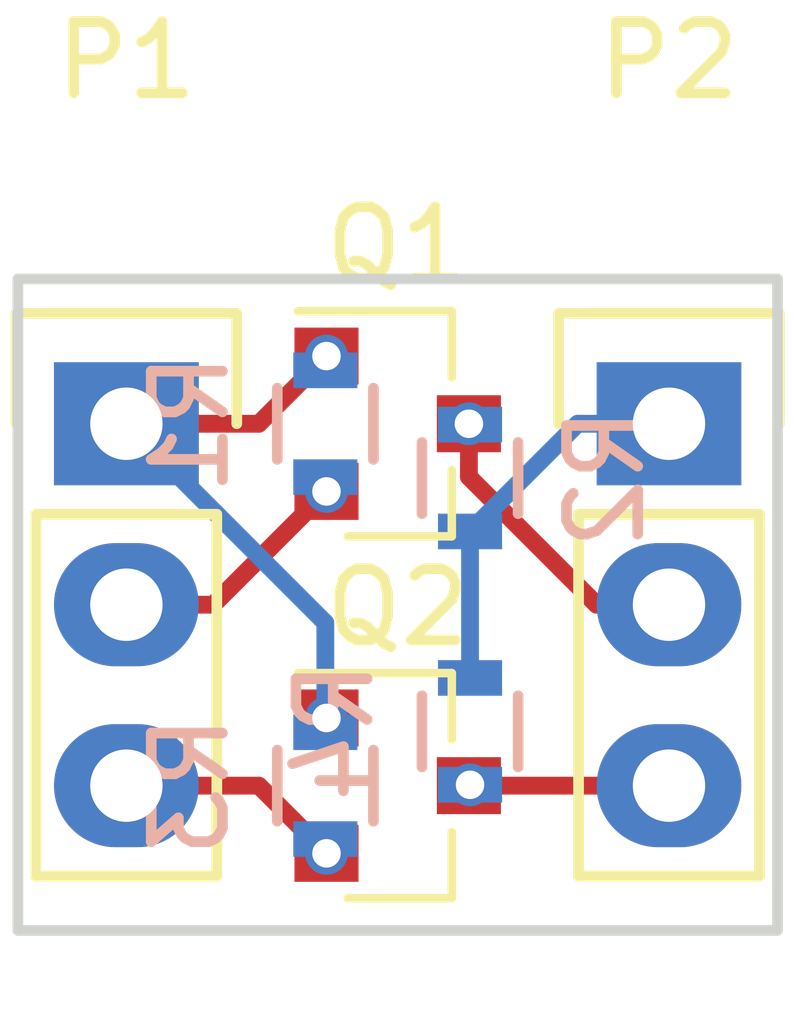
<source format=kicad_pcb>
(kicad_pcb (version 4) (host pcbnew 4.0.5)

  (general
    (links 14)
    (no_connects 0)
    (area 0 0 0 0)
    (thickness 1.6)
    (drawings 5)
    (tracks 32)
    (zones 0)
    (modules 8)
    (nets 7)
  )

  (page A4)
  (layers
    (0 F.Cu signal)
    (31 B.Cu signal)
    (32 B.Adhes user)
    (33 F.Adhes user)
    (34 B.Paste user)
    (35 F.Paste user)
    (36 B.SilkS user)
    (37 F.SilkS user)
    (38 B.Mask user)
    (39 F.Mask user)
    (40 Dwgs.User user)
    (41 Cmts.User user)
    (42 Eco1.User user)
    (43 Eco2.User user)
    (44 Edge.Cuts user)
    (45 Margin user)
    (46 B.CrtYd user)
    (47 F.CrtYd user)
    (48 B.Fab user)
    (49 F.Fab user)
  )

  (setup
    (last_trace_width 0.25)
    (trace_clearance 0.2)
    (zone_clearance 0.508)
    (zone_45_only no)
    (trace_min 0.2)
    (segment_width 0.2)
    (edge_width 0.15)
    (via_size 0.6)
    (via_drill 0.4)
    (via_min_size 0.4)
    (via_min_drill 0.3)
    (uvia_size 0.3)
    (uvia_drill 0.1)
    (uvias_allowed no)
    (uvia_min_size 0.2)
    (uvia_min_drill 0.1)
    (pcb_text_width 0.3)
    (pcb_text_size 1.5 1.5)
    (mod_edge_width 0.15)
    (mod_text_size 1 1)
    (mod_text_width 0.15)
    (pad_size 1.524 1.524)
    (pad_drill 0.762)
    (pad_to_mask_clearance 0.2)
    (aux_axis_origin 0 0)
    (visible_elements FFFCF77F)
    (pcbplotparams
      (layerselection 0x00030_80000001)
      (usegerberextensions false)
      (excludeedgelayer true)
      (linewidth 0.100000)
      (plotframeref false)
      (viasonmask false)
      (mode 1)
      (useauxorigin false)
      (hpglpennumber 1)
      (hpglpenspeed 20)
      (hpglpendiameter 15)
      (hpglpenoverlay 2)
      (psnegative false)
      (psa4output false)
      (plotreference true)
      (plotvalue true)
      (plotinvisibletext false)
      (padsonsilk false)
      (subtractmaskfromsilk false)
      (outputformat 1)
      (mirror false)
      (drillshape 1)
      (scaleselection 1)
      (outputdirectory ""))
  )

  (net 0 "")
  (net 1 /+3.3V)
  (net 2 /SDA_LV)
  (net 3 /SCL_LV)
  (net 4 /+5V)
  (net 5 /SDA_HV)
  (net 6 /SCL_HV)

  (net_class Default "This is the default net class."
    (clearance 0.2)
    (trace_width 0.25)
    (via_dia 0.6)
    (via_drill 0.4)
    (uvia_dia 0.3)
    (uvia_drill 0.1)
    (add_net /+3.3V)
    (add_net /+5V)
    (add_net /SCL_HV)
    (add_net /SCL_LV)
    (add_net /SDA_HV)
    (add_net /SDA_LV)
  )

  (module Pin_Headers:Pin_Header_Straight_1x03 (layer F.Cu) (tedit 0) (tstamp 592CA33F)
    (at 137.16 101.6)
    (descr "Through hole pin header")
    (tags "pin header")
    (path /592CA1A2)
    (fp_text reference P1 (at 0 -5.1) (layer F.SilkS)
      (effects (font (size 1 1) (thickness 0.15)))
    )
    (fp_text value lh (at 0 -3.1) (layer F.Fab)
      (effects (font (size 1 1) (thickness 0.15)))
    )
    (fp_line (start -1.75 -1.75) (end -1.75 6.85) (layer F.CrtYd) (width 0.05))
    (fp_line (start 1.75 -1.75) (end 1.75 6.85) (layer F.CrtYd) (width 0.05))
    (fp_line (start -1.75 -1.75) (end 1.75 -1.75) (layer F.CrtYd) (width 0.05))
    (fp_line (start -1.75 6.85) (end 1.75 6.85) (layer F.CrtYd) (width 0.05))
    (fp_line (start -1.27 1.27) (end -1.27 6.35) (layer F.SilkS) (width 0.15))
    (fp_line (start -1.27 6.35) (end 1.27 6.35) (layer F.SilkS) (width 0.15))
    (fp_line (start 1.27 6.35) (end 1.27 1.27) (layer F.SilkS) (width 0.15))
    (fp_line (start 1.55 -1.55) (end 1.55 0) (layer F.SilkS) (width 0.15))
    (fp_line (start 1.27 1.27) (end -1.27 1.27) (layer F.SilkS) (width 0.15))
    (fp_line (start -1.55 0) (end -1.55 -1.55) (layer F.SilkS) (width 0.15))
    (fp_line (start -1.55 -1.55) (end 1.55 -1.55) (layer F.SilkS) (width 0.15))
    (pad 1 thru_hole rect (at 0 0) (size 2.032 1.7272) (drill 1.016) (layers *.Cu *.Mask)
      (net 1 /+3.3V))
    (pad 2 thru_hole oval (at 0 2.54) (size 2.032 1.7272) (drill 1.016) (layers *.Cu *.Mask)
      (net 2 /SDA_LV))
    (pad 3 thru_hole oval (at 0 5.08) (size 2.032 1.7272) (drill 1.016) (layers *.Cu *.Mask)
      (net 3 /SCL_LV))
    (model Pin_Headers.3dshapes/Pin_Header_Straight_1x03.wrl
      (at (xyz 0 -0.1 0))
      (scale (xyz 1 1 1))
      (rotate (xyz 0 0 90))
    )
  )

  (module Pin_Headers:Pin_Header_Straight_1x03 (layer F.Cu) (tedit 0) (tstamp 592CA351)
    (at 144.78 101.6)
    (descr "Through hole pin header")
    (tags "pin header")
    (path /592CA1D6)
    (fp_text reference P2 (at 0 -5.1) (layer F.SilkS)
      (effects (font (size 1 1) (thickness 0.15)))
    )
    (fp_text value rh (at 0 -3.1) (layer F.Fab)
      (effects (font (size 1 1) (thickness 0.15)))
    )
    (fp_line (start -1.75 -1.75) (end -1.75 6.85) (layer F.CrtYd) (width 0.05))
    (fp_line (start 1.75 -1.75) (end 1.75 6.85) (layer F.CrtYd) (width 0.05))
    (fp_line (start -1.75 -1.75) (end 1.75 -1.75) (layer F.CrtYd) (width 0.05))
    (fp_line (start -1.75 6.85) (end 1.75 6.85) (layer F.CrtYd) (width 0.05))
    (fp_line (start -1.27 1.27) (end -1.27 6.35) (layer F.SilkS) (width 0.15))
    (fp_line (start -1.27 6.35) (end 1.27 6.35) (layer F.SilkS) (width 0.15))
    (fp_line (start 1.27 6.35) (end 1.27 1.27) (layer F.SilkS) (width 0.15))
    (fp_line (start 1.55 -1.55) (end 1.55 0) (layer F.SilkS) (width 0.15))
    (fp_line (start 1.27 1.27) (end -1.27 1.27) (layer F.SilkS) (width 0.15))
    (fp_line (start -1.55 0) (end -1.55 -1.55) (layer F.SilkS) (width 0.15))
    (fp_line (start -1.55 -1.55) (end 1.55 -1.55) (layer F.SilkS) (width 0.15))
    (pad 1 thru_hole rect (at 0 0) (size 2.032 1.7272) (drill 1.016) (layers *.Cu *.Mask)
      (net 4 /+5V))
    (pad 2 thru_hole oval (at 0 2.54) (size 2.032 1.7272) (drill 1.016) (layers *.Cu *.Mask)
      (net 5 /SDA_HV))
    (pad 3 thru_hole oval (at 0 5.08) (size 2.032 1.7272) (drill 1.016) (layers *.Cu *.Mask)
      (net 6 /SCL_HV))
    (model Pin_Headers.3dshapes/Pin_Header_Straight_1x03.wrl
      (at (xyz 0 -0.1 0))
      (scale (xyz 1 1 1))
      (rotate (xyz 0 0 90))
    )
  )

  (module TO_SOT_Packages_SMD:SOT-23 (layer F.Cu) (tedit 583F39EB) (tstamp 592CA364)
    (at 140.97 101.6)
    (descr "SOT-23, Standard")
    (tags SOT-23)
    (path /592CA001)
    (attr smd)
    (fp_text reference Q1 (at 0 -2.5) (layer F.SilkS)
      (effects (font (size 1 1) (thickness 0.15)))
    )
    (fp_text value BSS138 (at 0 2.5) (layer F.Fab)
      (effects (font (size 1 1) (thickness 0.15)))
    )
    (fp_line (start 0.76 1.58) (end 0.76 0.65) (layer F.SilkS) (width 0.12))
    (fp_line (start 0.76 -1.58) (end 0.76 -0.65) (layer F.SilkS) (width 0.12))
    (fp_line (start 0.7 -1.52) (end 0.7 1.52) (layer F.Fab) (width 0.15))
    (fp_line (start -0.7 1.52) (end 0.7 1.52) (layer F.Fab) (width 0.15))
    (fp_line (start -1.7 -1.75) (end 1.7 -1.75) (layer F.CrtYd) (width 0.05))
    (fp_line (start 1.7 -1.75) (end 1.7 1.75) (layer F.CrtYd) (width 0.05))
    (fp_line (start 1.7 1.75) (end -1.7 1.75) (layer F.CrtYd) (width 0.05))
    (fp_line (start -1.7 1.75) (end -1.7 -1.75) (layer F.CrtYd) (width 0.05))
    (fp_line (start 0.76 -1.58) (end -1.4 -1.58) (layer F.SilkS) (width 0.12))
    (fp_line (start -0.7 -1.52) (end 0.7 -1.52) (layer F.Fab) (width 0.15))
    (fp_line (start -0.7 -1.52) (end -0.7 1.52) (layer F.Fab) (width 0.15))
    (fp_line (start 0.76 1.58) (end -0.7 1.58) (layer F.SilkS) (width 0.12))
    (pad 1 smd rect (at -1 -0.95) (size 0.9 0.8) (layers F.Cu F.Paste F.Mask)
      (net 1 /+3.3V))
    (pad 2 smd rect (at -1 0.95) (size 0.9 0.8) (layers F.Cu F.Paste F.Mask)
      (net 2 /SDA_LV))
    (pad 3 smd rect (at 1 0) (size 0.9 0.8) (layers F.Cu F.Paste F.Mask)
      (net 5 /SDA_HV))
    (model TO_SOT_Packages_SMD.3dshapes/SOT-23.wrl
      (at (xyz 0 0 0))
      (scale (xyz 1 1 1))
      (rotate (xyz 0 0 90))
    )
  )

  (module TO_SOT_Packages_SMD:SOT-23 (layer F.Cu) (tedit 583F39EB) (tstamp 592CA377)
    (at 140.97 106.68)
    (descr "SOT-23, Standard")
    (tags SOT-23)
    (path /592CA4B8)
    (attr smd)
    (fp_text reference Q2 (at 0 -2.5) (layer F.SilkS)
      (effects (font (size 1 1) (thickness 0.15)))
    )
    (fp_text value BSS138 (at 0 2.5) (layer F.Fab)
      (effects (font (size 1 1) (thickness 0.15)))
    )
    (fp_line (start 0.76 1.58) (end 0.76 0.65) (layer F.SilkS) (width 0.12))
    (fp_line (start 0.76 -1.58) (end 0.76 -0.65) (layer F.SilkS) (width 0.12))
    (fp_line (start 0.7 -1.52) (end 0.7 1.52) (layer F.Fab) (width 0.15))
    (fp_line (start -0.7 1.52) (end 0.7 1.52) (layer F.Fab) (width 0.15))
    (fp_line (start -1.7 -1.75) (end 1.7 -1.75) (layer F.CrtYd) (width 0.05))
    (fp_line (start 1.7 -1.75) (end 1.7 1.75) (layer F.CrtYd) (width 0.05))
    (fp_line (start 1.7 1.75) (end -1.7 1.75) (layer F.CrtYd) (width 0.05))
    (fp_line (start -1.7 1.75) (end -1.7 -1.75) (layer F.CrtYd) (width 0.05))
    (fp_line (start 0.76 -1.58) (end -1.4 -1.58) (layer F.SilkS) (width 0.12))
    (fp_line (start -0.7 -1.52) (end 0.7 -1.52) (layer F.Fab) (width 0.15))
    (fp_line (start -0.7 -1.52) (end -0.7 1.52) (layer F.Fab) (width 0.15))
    (fp_line (start 0.76 1.58) (end -0.7 1.58) (layer F.SilkS) (width 0.12))
    (pad 1 smd rect (at -1 -0.95) (size 0.9 0.8) (layers F.Cu F.Paste F.Mask)
      (net 1 /+3.3V))
    (pad 2 smd rect (at -1 0.95) (size 0.9 0.8) (layers F.Cu F.Paste F.Mask)
      (net 3 /SCL_LV))
    (pad 3 smd rect (at 1 0) (size 0.9 0.8) (layers F.Cu F.Paste F.Mask)
      (net 6 /SCL_HV))
    (model TO_SOT_Packages_SMD.3dshapes/SOT-23.wrl
      (at (xyz 0 0 0))
      (scale (xyz 1 1 1))
      (rotate (xyz 0 0 90))
    )
  )

  (module Resistors_SMD:R_0603 (layer B.Cu) (tedit 58307A47) (tstamp 592CAE7F)
    (at 139.954 101.6 270)
    (descr "Resistor SMD 0603, reflow soldering, Vishay (see dcrcw.pdf)")
    (tags "resistor 0603")
    (path /592CA059)
    (attr smd)
    (fp_text reference R1 (at 0 1.9 270) (layer B.SilkS)
      (effects (font (size 1 1) (thickness 0.15)) (justify mirror))
    )
    (fp_text value 10K (at 0 -1.9 270) (layer B.Fab)
      (effects (font (size 1 1) (thickness 0.15)) (justify mirror))
    )
    (fp_line (start -0.8 -0.4) (end -0.8 0.4) (layer B.Fab) (width 0.1))
    (fp_line (start 0.8 -0.4) (end -0.8 -0.4) (layer B.Fab) (width 0.1))
    (fp_line (start 0.8 0.4) (end 0.8 -0.4) (layer B.Fab) (width 0.1))
    (fp_line (start -0.8 0.4) (end 0.8 0.4) (layer B.Fab) (width 0.1))
    (fp_line (start -1.3 0.8) (end 1.3 0.8) (layer B.CrtYd) (width 0.05))
    (fp_line (start -1.3 -0.8) (end 1.3 -0.8) (layer B.CrtYd) (width 0.05))
    (fp_line (start -1.3 0.8) (end -1.3 -0.8) (layer B.CrtYd) (width 0.05))
    (fp_line (start 1.3 0.8) (end 1.3 -0.8) (layer B.CrtYd) (width 0.05))
    (fp_line (start 0.5 -0.675) (end -0.5 -0.675) (layer B.SilkS) (width 0.15))
    (fp_line (start -0.5 0.675) (end 0.5 0.675) (layer B.SilkS) (width 0.15))
    (pad 1 smd rect (at -0.75 0 270) (size 0.5 0.9) (layers B.Cu B.Paste B.Mask)
      (net 1 /+3.3V))
    (pad 2 smd rect (at 0.75 0 270) (size 0.5 0.9) (layers B.Cu B.Paste B.Mask)
      (net 2 /SDA_LV))
    (model Resistors_SMD.3dshapes/R_0603.wrl
      (at (xyz 0 0 0))
      (scale (xyz 1 1 1))
      (rotate (xyz 0 0 0))
    )
  )

  (module Resistors_SMD:R_0603 (layer B.Cu) (tedit 58307A47) (tstamp 592CAE8E)
    (at 141.986 102.362 90)
    (descr "Resistor SMD 0603, reflow soldering, Vishay (see dcrcw.pdf)")
    (tags "resistor 0603")
    (path /592CA0DF)
    (attr smd)
    (fp_text reference R2 (at 0 1.9 90) (layer B.SilkS)
      (effects (font (size 1 1) (thickness 0.15)) (justify mirror))
    )
    (fp_text value 10K (at 0 -1.9 90) (layer B.Fab)
      (effects (font (size 1 1) (thickness 0.15)) (justify mirror))
    )
    (fp_line (start -0.8 -0.4) (end -0.8 0.4) (layer B.Fab) (width 0.1))
    (fp_line (start 0.8 -0.4) (end -0.8 -0.4) (layer B.Fab) (width 0.1))
    (fp_line (start 0.8 0.4) (end 0.8 -0.4) (layer B.Fab) (width 0.1))
    (fp_line (start -0.8 0.4) (end 0.8 0.4) (layer B.Fab) (width 0.1))
    (fp_line (start -1.3 0.8) (end 1.3 0.8) (layer B.CrtYd) (width 0.05))
    (fp_line (start -1.3 -0.8) (end 1.3 -0.8) (layer B.CrtYd) (width 0.05))
    (fp_line (start -1.3 0.8) (end -1.3 -0.8) (layer B.CrtYd) (width 0.05))
    (fp_line (start 1.3 0.8) (end 1.3 -0.8) (layer B.CrtYd) (width 0.05))
    (fp_line (start 0.5 -0.675) (end -0.5 -0.675) (layer B.SilkS) (width 0.15))
    (fp_line (start -0.5 0.675) (end 0.5 0.675) (layer B.SilkS) (width 0.15))
    (pad 1 smd rect (at -0.75 0 90) (size 0.5 0.9) (layers B.Cu B.Paste B.Mask)
      (net 4 /+5V))
    (pad 2 smd rect (at 0.75 0 90) (size 0.5 0.9) (layers B.Cu B.Paste B.Mask)
      (net 5 /SDA_HV))
    (model Resistors_SMD.3dshapes/R_0603.wrl
      (at (xyz 0 0 0))
      (scale (xyz 1 1 1))
      (rotate (xyz 0 0 0))
    )
  )

  (module Resistors_SMD:R_0603 (layer B.Cu) (tedit 58307A47) (tstamp 592CAE9D)
    (at 139.954 106.68 270)
    (descr "Resistor SMD 0603, reflow soldering, Vishay (see dcrcw.pdf)")
    (tags "resistor 0603")
    (path /592CA4BE)
    (attr smd)
    (fp_text reference R3 (at 0 1.9 270) (layer B.SilkS)
      (effects (font (size 1 1) (thickness 0.15)) (justify mirror))
    )
    (fp_text value 10K (at 0 -1.9 270) (layer B.Fab)
      (effects (font (size 1 1) (thickness 0.15)) (justify mirror))
    )
    (fp_line (start -0.8 -0.4) (end -0.8 0.4) (layer B.Fab) (width 0.1))
    (fp_line (start 0.8 -0.4) (end -0.8 -0.4) (layer B.Fab) (width 0.1))
    (fp_line (start 0.8 0.4) (end 0.8 -0.4) (layer B.Fab) (width 0.1))
    (fp_line (start -0.8 0.4) (end 0.8 0.4) (layer B.Fab) (width 0.1))
    (fp_line (start -1.3 0.8) (end 1.3 0.8) (layer B.CrtYd) (width 0.05))
    (fp_line (start -1.3 -0.8) (end 1.3 -0.8) (layer B.CrtYd) (width 0.05))
    (fp_line (start -1.3 0.8) (end -1.3 -0.8) (layer B.CrtYd) (width 0.05))
    (fp_line (start 1.3 0.8) (end 1.3 -0.8) (layer B.CrtYd) (width 0.05))
    (fp_line (start 0.5 -0.675) (end -0.5 -0.675) (layer B.SilkS) (width 0.15))
    (fp_line (start -0.5 0.675) (end 0.5 0.675) (layer B.SilkS) (width 0.15))
    (pad 1 smd rect (at -0.75 0 270) (size 0.5 0.9) (layers B.Cu B.Paste B.Mask)
      (net 1 /+3.3V))
    (pad 2 smd rect (at 0.75 0 270) (size 0.5 0.9) (layers B.Cu B.Paste B.Mask)
      (net 3 /SCL_LV))
    (model Resistors_SMD.3dshapes/R_0603.wrl
      (at (xyz 0 0 0))
      (scale (xyz 1 1 1))
      (rotate (xyz 0 0 0))
    )
  )

  (module Resistors_SMD:R_0603 (layer B.Cu) (tedit 58307A47) (tstamp 592CAEAC)
    (at 141.986 105.918 270)
    (descr "Resistor SMD 0603, reflow soldering, Vishay (see dcrcw.pdf)")
    (tags "resistor 0603")
    (path /592CA4C4)
    (attr smd)
    (fp_text reference R4 (at 0 1.9 270) (layer B.SilkS)
      (effects (font (size 1 1) (thickness 0.15)) (justify mirror))
    )
    (fp_text value 10K (at 0 -1.9 270) (layer B.Fab)
      (effects (font (size 1 1) (thickness 0.15)) (justify mirror))
    )
    (fp_line (start -0.8 -0.4) (end -0.8 0.4) (layer B.Fab) (width 0.1))
    (fp_line (start 0.8 -0.4) (end -0.8 -0.4) (layer B.Fab) (width 0.1))
    (fp_line (start 0.8 0.4) (end 0.8 -0.4) (layer B.Fab) (width 0.1))
    (fp_line (start -0.8 0.4) (end 0.8 0.4) (layer B.Fab) (width 0.1))
    (fp_line (start -1.3 0.8) (end 1.3 0.8) (layer B.CrtYd) (width 0.05))
    (fp_line (start -1.3 -0.8) (end 1.3 -0.8) (layer B.CrtYd) (width 0.05))
    (fp_line (start -1.3 0.8) (end -1.3 -0.8) (layer B.CrtYd) (width 0.05))
    (fp_line (start 1.3 0.8) (end 1.3 -0.8) (layer B.CrtYd) (width 0.05))
    (fp_line (start 0.5 -0.675) (end -0.5 -0.675) (layer B.SilkS) (width 0.15))
    (fp_line (start -0.5 0.675) (end 0.5 0.675) (layer B.SilkS) (width 0.15))
    (pad 1 smd rect (at -0.75 0 270) (size 0.5 0.9) (layers B.Cu B.Paste B.Mask)
      (net 4 /+5V))
    (pad 2 smd rect (at 0.75 0 270) (size 0.5 0.9) (layers B.Cu B.Paste B.Mask)
      (net 6 /SCL_HV))
    (model Resistors_SMD.3dshapes/R_0603.wrl
      (at (xyz 0 0 0))
      (scale (xyz 1 1 1))
      (rotate (xyz 0 0 0))
    )
  )

  (gr_line (start 135.636 99.822) (end 135.636 99.568) (angle 90) (layer Edge.Cuts) (width 0.15))
  (gr_line (start 135.636 108.712) (end 135.636 99.822) (angle 90) (layer Edge.Cuts) (width 0.15))
  (gr_line (start 146.304 108.712) (end 135.636 108.712) (angle 90) (layer Edge.Cuts) (width 0.15))
  (gr_line (start 146.304 99.568) (end 146.304 108.712) (angle 90) (layer Edge.Cuts) (width 0.15))
  (gr_line (start 135.636 99.568) (end 146.304 99.568) (angle 90) (layer Edge.Cuts) (width 0.15))

  (segment (start 139.954 105.93) (end 139.954 104.394) (width 0.25) (layer B.Cu) (net 1))
  (segment (start 139.954 104.394) (end 137.16 101.6) (width 0.25) (layer B.Cu) (net 1) (tstamp 592CAF9C))
  (via (at 139.97 105.73) (size 0.6) (drill 0.4) (layers F.Cu B.Cu) (net 1))
  (segment (start 139.97 105.73) (end 139.954 105.746) (width 0.25) (layer B.Cu) (net 1) (tstamp 592CAF98))
  (segment (start 139.954 105.746) (end 139.954 105.93) (width 0.25) (layer B.Cu) (net 1) (tstamp 592CAF99))
  (segment (start 137.16 101.6) (end 139.02 101.6) (width 0.25) (layer F.Cu) (net 1))
  (segment (start 139.02 101.6) (end 139.97 100.65) (width 0.25) (layer F.Cu) (net 1) (tstamp 592CAF3F))
  (via (at 139.97 100.65) (size 0.6) (drill 0.4) (layers F.Cu B.Cu) (net 1))
  (segment (start 139.97 100.65) (end 139.954 100.666) (width 0.25) (layer B.Cu) (net 1) (tstamp 592CAF41))
  (segment (start 139.954 100.666) (end 139.954 100.85) (width 0.25) (layer B.Cu) (net 1) (tstamp 592CAF42))
  (segment (start 137.16 104.14) (end 138.38 104.14) (width 0.25) (layer F.Cu) (net 2))
  (segment (start 138.38 104.14) (end 139.97 102.55) (width 0.25) (layer F.Cu) (net 2) (tstamp 592CAF4A))
  (via (at 139.97 102.55) (size 0.6) (drill 0.4) (layers F.Cu B.Cu) (net 2))
  (segment (start 139.97 102.55) (end 139.954 102.534) (width 0.25) (layer B.Cu) (net 2) (tstamp 592CAF46))
  (segment (start 139.954 102.534) (end 139.954 102.35) (width 0.25) (layer B.Cu) (net 2) (tstamp 592CAF47))
  (segment (start 137.16 106.68) (end 139.02 106.68) (width 0.25) (layer F.Cu) (net 3))
  (segment (start 139.02 106.68) (end 139.97 107.63) (width 0.25) (layer F.Cu) (net 3) (tstamp 592CAF79))
  (via (at 139.97 107.63) (size 0.6) (drill 0.4) (layers F.Cu B.Cu) (net 3))
  (segment (start 139.97 107.63) (end 139.954 107.614) (width 0.25) (layer B.Cu) (net 3) (tstamp 592CAF7B))
  (segment (start 139.954 107.614) (end 139.954 107.43) (width 0.25) (layer B.Cu) (net 3) (tstamp 592CAF7C))
  (segment (start 141.986 105.168) (end 141.986 103.112) (width 0.25) (layer B.Cu) (net 4))
  (segment (start 141.986 103.112) (end 143.498 101.6) (width 0.25) (layer B.Cu) (net 4) (tstamp 592CAFA3))
  (segment (start 143.498 101.6) (end 144.78 101.6) (width 0.25) (layer B.Cu) (net 4) (tstamp 592CAFA4))
  (segment (start 141.97 101.6) (end 141.97 102.346) (width 0.25) (layer F.Cu) (net 5))
  (segment (start 141.97 102.346) (end 143.764 104.14) (width 0.25) (layer F.Cu) (net 5) (tstamp 592CAF64))
  (segment (start 143.764 104.14) (end 144.78 104.14) (width 0.25) (layer F.Cu) (net 5) (tstamp 592CAF65))
  (via (at 141.97 101.6) (size 0.6) (drill 0.4) (layers F.Cu B.Cu) (net 5))
  (segment (start 141.97 101.6) (end 141.982 101.612) (width 0.25) (layer B.Cu) (net 5) (tstamp 592CAF60))
  (segment (start 141.982 101.612) (end 141.986 101.612) (width 0.25) (layer B.Cu) (net 5) (tstamp 592CAF61))
  (via (at 141.986 106.668) (size 0.6) (drill 0.4) (layers F.Cu B.Cu) (net 6))
  (segment (start 141.986 106.668) (end 141.998 106.68) (width 0.25) (layer F.Cu) (net 6) (tstamp 592CAF91))
  (segment (start 141.998 106.68) (end 144.78 106.68) (width 0.25) (layer F.Cu) (net 6) (tstamp 592CAF92))

)

</source>
